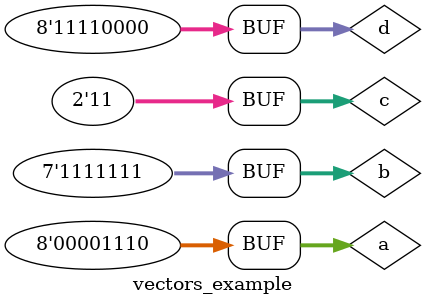
<source format=v>
module vectors_example();

	reg [7:0] a = 0;    //8bit register (MSB_position=7, LSB_position=0)
	reg [6:0] b = 0;	//7bit register
	reg [7:0] d = 0;	//8bit register
	
	wire [1:0] c;		//8bit net
	
	// Continuous assignment between a net and a register
	// c[1] = a[3];
    // c[0] = a[2];
    assign c[1:0] = a[3:2]; //this is also called bit slicing
	
	//Procedure used to continuously monitor 'a', 'b', 'c' and 'd'
	initial begin
	  $monitor("PROC2 a=%b, b=%b, c=%b, d=%b", a, b, c, d);
	end
	
	// Another procedure example
	initial begin	
		//Change only the value of 'a' to see the effect on 'c'
		#1 a = 1;
		#1 a = 8'b1111_1010;
		#1 a = 8'b1111_1000;
		#1 a = 8'b0000_1000;
		#1 a = 8'b0;
		
		#1 b = 7'b111_1111;	//change the value of b
		#1 d[3:0] = a[3:0];	//change the value of d
		#1 d[7:4] = b[6:3];
		
		#1 a = 8'b0000_1110; //change the value of a
		#1 d = {a[3:0], b[3:0]}; //concatination
		#1 d = {b[3:0], a[7:4]}; //concatination
	end
	
endmodule

/*Output:
# PROC2 a=00000000, b=0000000, c=00, d=00000000
# PROC2 a=00000001, b=0000000, c=00, d=00000000
# PROC2 a=11111010, b=0000000, c=10, d=00000000
# PROC2 a=11111000, b=0000000, c=10, d=00000000
# PROC2 a=00001000, b=0000000, c=10, d=00000000
# PROC2 a=00000000, b=0000000, c=00, d=00000000
# PROC2 a=00000000, b=1111111, c=00, d=00000000
# PROC2 a=00000000, b=1111111, c=00, d=11110000
# PROC2 a=00001110, b=1111111, c=11, d=11110000
# PROC2 a=00001110, b=1111111, c=11, d=11101111
# PROC2 a=00001110, b=1111111, c=11, d=11110000
*/	
</source>
